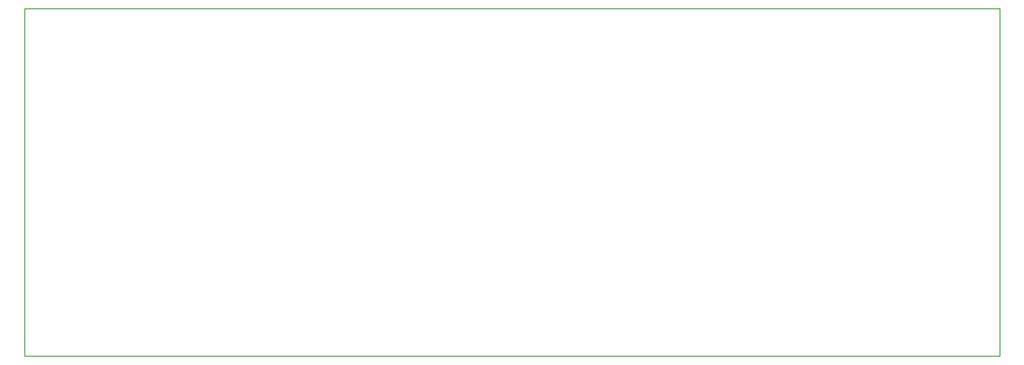
<source format=gbr>
%TF.GenerationSoftware,KiCad,Pcbnew,(5.1.10)-1*%
%TF.CreationDate,2021-10-06T11:40:48+03:00*%
%TF.ProjectId,Connector,436f6e6e-6563-4746-9f72-2e6b69636164,rev?*%
%TF.SameCoordinates,Original*%
%TF.FileFunction,Profile,NP*%
%FSLAX46Y46*%
G04 Gerber Fmt 4.6, Leading zero omitted, Abs format (unit mm)*
G04 Created by KiCad (PCBNEW (5.1.10)-1) date 2021-10-06 11:40:48*
%MOMM*%
%LPD*%
G01*
G04 APERTURE LIST*
%TA.AperFunction,Profile*%
%ADD10C,0.050000*%
%TD*%
G04 APERTURE END LIST*
D10*
X80500000Y-100000000D02*
X178500000Y-100000000D01*
X178500000Y-135000000D02*
X178500000Y-100000000D01*
X80500000Y-135000000D02*
X80500000Y-100000000D01*
X178500000Y-135000000D02*
X80500000Y-135000000D01*
M02*

</source>
